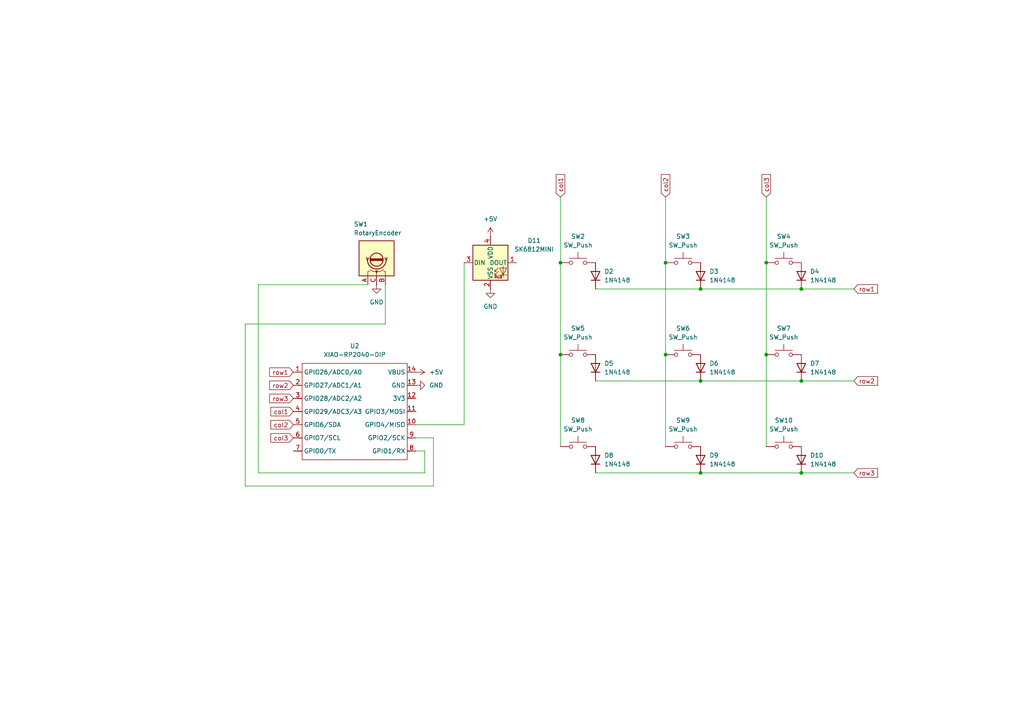
<source format=kicad_sch>
(kicad_sch (version 20250114) (generator "eeschema") (generator_version "9.0")
  (paper "A4")
  (lib_symbols
    (symbol "Device:RotaryEncoder" (pin_names (offset 0.254) (hide yes))
      (property "Reference" "SW" (at 0 6.604 0))
      (property "Value" "RotaryEncoder" (at 0 -6.604 0))
      (symbol "RotaryEncoder_0_1"
        (rectangle (start -5.08 5.08) (end 5.08 -5.08) (stroke (width 0.254)) (fill (type background)))
        (polyline (pts (xy -5.08 2.54) (xy -3.81 2.54) (xy -3.81 2.032)))
        (polyline (pts (xy -5.08 0) (xy -3.81 0) (xy -3.81 -1.016) (xy -3.302 -2.032)))
        (polyline (pts (xy -5.08 -2.54) (xy -3.81 -2.54) (xy -3.81 -2.032)))
        (polyline (pts (xy -4.318 0) (xy -3.81 0) (xy -3.81 1.016) (xy -3.302 2.032)))
        (circle (center -3.81 0) (radius 0.254) (fill (type outline)))
        (polyline (pts (xy -0.635 -1.778) (xy -0.635 1.778)) (stroke (width 0.254)))
        (circle (center -0.381 0) (radius 1.905) (stroke (width 0.254)))
        (polyline (pts (xy -0.381 -1.778) (xy -0.381 1.778)) (stroke (width 0.254)))
        (arc (start -0.381 -2.794) (mid -3.0988 -0.0635) (end -0.381 2.667) (stroke (width 0.254)))
        (polyline (pts (xy -0.127 1.778) (xy -0.127 -1.778)) (stroke (width 0.254)))
        (polyline (pts (xy 0.254 2.921) (xy -0.508 2.667) (xy 0.127 2.286)) (stroke (width 0.254)))
        (polyline (pts (xy 0.254 -3.048) (xy -0.508 -2.794) (xy 0.127 -2.413)) (stroke (width 0.254)))
      )
      (symbol "RotaryEncoder_1_1"
        (pin passive line (at -7.62 2.54 0) (length 2.54) (name "A") (number "A"))
        (pin passive line (at -7.62 0 0) (length 2.54) (name "C") (number "C"))
        (pin passive line (at -7.62 -2.54 0) (length 2.54) (name "B") (number "B"))
      )
    )
    (symbol "Diode:1N4148" (pin_numbers (hide yes)) (pin_names (hide yes))
      (property "Reference" "D" (at 0 2.54 0))
      (property "Value" "1N4148" (at 0 -2.54 0))
      (symbol "1N4148_0_1"
        (polyline (pts (xy -1.27 1.27) (xy -1.27 -1.27)) (stroke (width 0.254)))
        (polyline (pts (xy 1.27 1.27) (xy 1.27 -1.27) (xy -1.27 0) (xy 1.27 1.27)) (stroke (width 0.254)))
        (polyline (pts (xy 1.27 0) (xy -1.27 0)))
      )
      (symbol "1N4148_1_1"
        (pin passive line (at -3.81 0 0) (length 2.54) (name "K") (number "1"))
        (pin passive line (at 3.81 0 180) (length 2.54) (name "A") (number "2"))
      )
    )
    (symbol "LED:SK6812MINI" (pin_names (offset 0.254))
      (property "Reference" "D" (at 5.08 5.715 0))
      (property "Value" "SK6812MINI" (at 1.27 -5.715 0))
      (symbol "SK6812MINI_0_0"
        (text "RGB" (at 2.286 -4.191 0) (effects (font (size 0.762 0.762))))
      )
      (symbol "SK6812MINI_0_1"
        (polyline (pts (xy 1.27 -2.54) (xy 1.778 -2.54)))
        (polyline (pts (xy 1.27 -3.556) (xy 1.778 -3.556)))
        (polyline (pts (xy 2.286 -1.524) (xy 1.27 -2.54) (xy 1.27 -2.032)))
        (polyline (pts (xy 2.286 -2.54) (xy 1.27 -3.556) (xy 1.27 -3.048)))
        (polyline (pts (xy 3.683 -1.016) (xy 3.683 -3.556) (xy 3.683 -4.064)))
        (polyline (pts (xy 4.699 -1.524) (xy 2.667 -1.524) (xy 3.683 -3.556) (xy 4.699 -1.524)))
        (polyline (pts (xy 4.699 -3.556) (xy 2.667 -3.556)))
        (rectangle (start 5.08 5.08) (end -5.08 -5.08) (stroke (width 0.254)) (fill (type background)))
      )
      (symbol "SK6812MINI_1_1"
        (pin input line (at -7.62 0 0) (length 2.54) (name "DIN") (number "3"))
        (pin power_in line (at 0 7.62 270) (length 2.54) (name "VDD") (number "4"))
        (pin power_in line (at 0 -7.62 90) (length 2.54) (name "VSS") (number "2"))
        (pin output line (at 7.62 0 180) (length 2.54) (name "DOUT") (number "1"))
      )
    )
    (symbol "OPL:XIAO-RP2040-DIP"
      (property "Reference" "U" (at 0 0 0))
      (property "Value" "XIAO-RP2040-DIP" (at 5.334 -1.778 0))
      (symbol "XIAO-RP2040-DIP_1_0"
        (polyline (pts (xy -1.27 -2.54) (xy 29.21 -2.54)) (stroke (width 0.1524)))
        (polyline (pts (xy -1.27 -5.08) (xy -2.54 -5.08)) (stroke (width 0.1524)))
        (polyline (pts (xy -1.27 -5.08) (xy -1.27 -2.54)) (stroke (width 0.1524)))
        (polyline (pts (xy -1.27 -8.89) (xy -2.54 -8.89)) (stroke (width 0.1524)))
        (polyline (pts (xy -1.27 -8.89) (xy -1.27 -5.08)) (stroke (width 0.1524)))
        (polyline (pts (xy -1.27 -12.7) (xy -2.54 -12.7)) (stroke (width 0.1524)))
        (polyline (pts (xy -1.27 -12.7) (xy -1.27 -8.89)) (stroke (width 0.1524)))
        (polyline (pts (xy -1.27 -16.51) (xy -2.54 -16.51)) (stroke (width 0.1524)))
        (polyline (pts (xy -1.27 -16.51) (xy -1.27 -12.7)) (stroke (width 0.1524)))
        (polyline (pts (xy -1.27 -20.32) (xy -2.54 -20.32)) (stroke (width 0.1524)))
        (polyline (pts (xy -1.27 -24.13) (xy -2.54 -24.13)) (stroke (width 0.1524)))
        (polyline (pts (xy -1.27 -27.94) (xy -2.54 -27.94)) (stroke (width 0.1524)))
        (polyline (pts (xy -1.27 -30.48) (xy -1.27 -16.51)) (stroke (width 0.1524)))
        (polyline (pts (xy 29.21 -2.54) (xy 29.21 -5.08)) (stroke (width 0.1524)))
        (polyline (pts (xy 29.21 -5.08) (xy 29.21 -8.89)) (stroke (width 0.1524)))
        (polyline (pts (xy 29.21 -8.89) (xy 29.21 -12.7)) (stroke (width 0.1524)))
        (polyline (pts (xy 29.21 -12.7) (xy 29.21 -30.48)) (stroke (width 0.1524)))
        (polyline (pts (xy 29.21 -30.48) (xy -1.27 -30.48)) (stroke (width 0.1524)))
        (polyline (pts (xy 30.48 -5.08) (xy 29.21 -5.08)) (stroke (width 0.1524)))
        (polyline (pts (xy 30.48 -8.89) (xy 29.21 -8.89)) (stroke (width 0.1524)))
        (polyline (pts (xy 30.48 -12.7) (xy 29.21 -12.7)) (stroke (width 0.1524)))
        (polyline (pts (xy 30.48 -16.51) (xy 29.21 -16.51)) (stroke (width 0.1524)))
        (polyline (pts (xy 30.48 -20.32) (xy 29.21 -20.32)) (stroke (width 0.1524)))
        (polyline (pts (xy 30.48 -24.13) (xy 29.21 -24.13)) (stroke (width 0.1524)))
        (polyline (pts (xy 30.48 -27.94) (xy 29.21 -27.94)) (stroke (width 0.1524)))
        (pin passive line (at -3.81 -5.08 0) (length 2.54) (name "GPIO26/ADC0/A0") (number "1"))
        (pin passive line (at -3.81 -8.89 0) (length 2.54) (name "GPIO27/ADC1/A1") (number "2"))
        (pin passive line (at -3.81 -12.7 0) (length 2.54) (name "GPIO28/ADC2/A2") (number "3"))
        (pin passive line (at -3.81 -16.51 0) (length 2.54) (name "GPIO29/ADC3/A3") (number "4"))
        (pin passive line (at -3.81 -20.32 0) (length 2.54) (name "GPIO6/SDA") (number "5"))
        (pin passive line (at -3.81 -24.13 0) (length 2.54) (name "GPIO7/SCL") (number "6"))
        (pin passive line (at -3.81 -27.94 0) (length 2.54) (name "GPIO0/TX") (number "7"))
        (pin passive line (at 31.75 -5.08 180) (length 2.54) (name "VBUS") (number "14"))
        (pin passive line (at 31.75 -8.89 180) (length 2.54) (name "GND") (number "13"))
        (pin passive line (at 31.75 -12.7 180) (length 2.54) (name "3V3") (number "12"))
        (pin passive line (at 31.75 -16.51 180) (length 2.54) (name "GPIO3/MOSI") (number "11"))
        (pin passive line (at 31.75 -20.32 180) (length 2.54) (name "GPIO4/MISO") (number "10"))
        (pin passive line (at 31.75 -24.13 180) (length 2.54) (name "GPIO2/SCK") (number "9"))
        (pin passive line (at 31.75 -27.94 180) (length 2.54) (name "GPIO1/RX") (number "8"))
      )
    )
    (symbol "Switch:SW_Push" (pin_numbers (hide yes)) (pin_names (offset 1.016) (hide yes))
      (property "Reference" "SW" (at 1.27 2.54 0))
      (property "Value" "SW_Push" (at 0 -1.524 0))
      (symbol "SW_Push_0_1"
        (circle (center -2.032 0) (radius 0.508))
        (polyline (pts (xy 0 1.27) (xy 0 3.048)))
        (circle (center 2.032 0) (radius 0.508))
        (polyline (pts (xy 2.54 1.27) (xy -2.54 1.27)))
        (pin passive line (at -5.08 0 0) (length 2.54) (name "1") (number "1"))
        (pin passive line (at 5.08 0 180) (length 2.54) (name "2") (number "2"))
      )
    )
    (symbol "power:+5V" (power) (pin_numbers (hide yes)) (pin_names (offset 0) (hide yes))
      (property "Value" "+5V" (at 0 3.556 0))
      (symbol "+5V_0_1"
        (polyline (pts (xy -0.762 1.27) (xy 0 2.54)))
        (polyline (pts (xy 0 2.54) (xy 0.762 1.27)))
        (polyline (pts (xy 0 0) (xy 0 2.54)))
      )
      (symbol "+5V_1_1"
        (pin power_in line (at 0 0 90) (length 0) (name "~") (number "1"))
      )
    )
    (symbol "power:GND" (power) (pin_numbers (hide yes)) (pin_names (offset 0) (hide yes))
      (property "Value" "GND" (at 0 -3.81 0))
      (symbol "GND_0_1"
        (polyline (pts (xy 0 0) (xy 0 -1.27) (xy 1.27 -1.27) (xy 0 -2.54) (xy -1.27 -1.27) (xy 0 -1.27)))
      )
      (symbol "GND_1_1"
        (pin power_in line (at 0 0 270) (length 0) (name "~") (number "1"))
      )
    )
  )
  (junction (at 203.2 137.16))
  (junction (at 222.25 76.2))
  (junction (at 162.56 102.87))
  (junction (at 232.41 110.49))
  (junction (at 232.41 137.16))
  (junction (at 193.04 102.87))
  (junction (at 203.2 110.49))
  (junction (at 162.56 76.2))
  (junction (at 203.2 83.82))
  (junction (at 193.04 76.2))
  (junction (at 232.41 83.82))
  (junction (at 222.25 102.87))
  (wire (pts (xy 193.04 102.87) (xy 193.04 129.54)))
  (wire (pts (xy 222.25 102.87) (xy 222.25 129.54)))
  (wire (pts (xy 193.04 57.15) (xy 193.04 76.2)))
  (wire (pts (xy 203.2 137.16) (xy 232.41 137.16)))
  (wire (pts (xy 172.72 137.16) (xy 203.2 137.16)))
  (wire (pts (xy 222.25 76.2) (xy 222.25 102.87)))
  (wire (pts (xy 71.12 93.98) (xy 71.12 140.97)))
  (wire (pts (xy 232.41 110.49) (xy 247.65 110.49)))
  (wire (pts (xy 125.73 140.97) (xy 125.73 127)))
  (wire (pts (xy 123.19 130.81) (xy 120.65 130.81)))
  (wire (pts (xy 123.19 137.16) (xy 123.19 130.81)))
  (wire (pts (xy 222.25 57.15) (xy 222.25 76.2)))
  (wire (pts (xy 232.41 83.82) (xy 247.65 83.82)))
  (wire (pts (xy 162.56 57.15) (xy 162.56 76.2)))
  (wire (pts (xy 74.93 137.16) (xy 123.19 137.16)))
  (wire (pts (xy 134.62 76.2) (xy 134.62 123.19)))
  (wire (pts (xy 162.56 76.2) (xy 162.56 102.87)))
  (wire (pts (xy 74.93 82.55) (xy 74.93 137.16)))
  (wire (pts (xy 172.72 110.49) (xy 203.2 110.49)))
  (wire (pts (xy 134.62 123.19) (xy 120.65 123.19)))
  (wire (pts (xy 232.41 137.16) (xy 247.65 137.16)))
  (wire (pts (xy 172.72 83.82) (xy 203.2 83.82)))
  (wire (pts (xy 203.2 110.49) (xy 232.41 110.49)))
  (wire (pts (xy 162.56 102.87) (xy 162.56 129.54)))
  (wire (pts (xy 106.68 82.55) (xy 74.93 82.55)))
  (wire (pts (xy 203.2 83.82) (xy 232.41 83.82)))
  (wire (pts (xy 193.04 76.2) (xy 193.04 102.87)))
  (wire (pts (xy 125.73 127) (xy 120.65 127)))
  (wire (pts (xy 111.76 93.98) (xy 71.12 93.98)))
  (wire (pts (xy 111.76 82.55) (xy 111.76 93.98)))
  (wire (pts (xy 71.12 140.97) (xy 125.73 140.97)))
  (global_label "row2" (shape input) (at 85.09 111.76 180) (property "Intersheetrefs" "${INTERSHEET_REFS}" (effects (hide yes))))
  (global_label "col1" (shape input) (at 162.56 57.15 90) (property "Intersheetrefs" "${INTERSHEET_REFS}" (effects (hide yes))))
  (global_label "col1" (shape input) (at 85.09 119.38 180) (property "Intersheetrefs" "${INTERSHEET_REFS}" (effects (hide yes))))
  (global_label "row1" (shape input) (at 247.65 83.82 0) (property "Intersheetrefs" "${INTERSHEET_REFS}" (effects (hide yes))))
  (global_label "row2" (shape input) (at 247.65 110.49 0) (property "Intersheetrefs" "${INTERSHEET_REFS}" (effects (hide yes))))
  (global_label "col3" (shape input) (at 222.25 57.15 90) (property "Intersheetrefs" "${INTERSHEET_REFS}" (effects (hide yes))))
  (global_label "col2" (shape input) (at 193.04 57.15 90) (property "Intersheetrefs" "${INTERSHEET_REFS}" (effects (hide yes))))
  (global_label "row1" (shape input) (at 85.09 107.95 180) (property "Intersheetrefs" "${INTERSHEET_REFS}" (effects (hide yes))))
  (global_label "row3" (shape input) (at 85.09 115.57 180) (property "Intersheetrefs" "${INTERSHEET_REFS}" (effects (hide yes))))
  (global_label "row3" (shape input) (at 247.65 137.16 0) (property "Intersheetrefs" "${INTERSHEET_REFS}" (effects (hide yes))))
  (global_label "col3" (shape input) (at 85.09 127 180) (property "Intersheetrefs" "${INTERSHEET_REFS}" (effects (hide yes))))
  (global_label "col2" (shape input) (at 85.09 123.19 180) (property "Intersheetrefs" "${INTERSHEET_REFS}" (effects (hide yes))))
  (symbol (lib_id "power:+5V") (at 120.65 107.95 270) (unit 1)
    (property "Reference" "#PWR010" (effects (hide yes)))
    (property "Value" "+5V" (at 124.46 107.9499 90) (effects (justify left)))
    (property "Description" "Power symbol creates a global label with name \"+5V\"" (effects (hide yes)))
  )
  (symbol (lib_id "Switch:SW_Push") (at 198.12 129.54 0) (unit 1)
    (property "Reference" "SW9" (at 198.12 121.92 0))
    (property "Value" "SW_Push" (at 198.12 124.46 0))
    (property "Footprint" "Button_Switch_Keyboard:SW_Cherry_MX_1.00u_PCB" (effects (hide yes)))
    (property "Description" "Push button switch, generic, two pins" (effects (hide yes)))
  )
  (symbol (lib_id "Switch:SW_Push") (at 227.33 129.54 0) (unit 1)
    (property "Reference" "SW10" (at 227.33 121.92 0))
    (property "Value" "SW_Push" (at 227.33 124.46 0))
    (property "Footprint" "Button_Switch_Keyboard:SW_Cherry_MX_1.00u_PCB" (effects (hide yes)))
    (property "Description" "Push button switch, generic, two pins" (effects (hide yes)))
  )
  (symbol (lib_id "Diode:1N4148") (at 203.2 133.35 90) (unit 1)
    (property "Reference" "D9" (at 205.74 132.0799 90) (effects (justify right)))
    (property "Value" "1N4148" (at 205.74 134.6199 90) (effects (justify right)))
    (property "Footprint" "Diode_THT:D_DO-35_SOD27_P7.62mm_Horizontal" (effects (hide yes)))
    (property "Datasheet" "https://assets.nexperia.com/documents/data-sheet/1N4148_1N4448.pdf" (effects (hide yes)))
    (property "Description" "100V 0.15A standard switching diode, DO-35" (effects (hide yes)))
    (property "Sim.Device" "D" (effects (hide yes)))
    (property "Sim.Pins" "1=K 2=A" (effects (hide yes)))
  )
  (symbol (lib_id "Diode:1N4148") (at 172.72 80.01 90) (unit 1)
    (property "Reference" "D2" (at 175.26 78.7399 90) (effects (justify right)))
    (property "Value" "1N4148" (at 175.26 81.2799 90) (effects (justify right)))
    (property "Footprint" "Diode_THT:D_DO-35_SOD27_P7.62mm_Horizontal" (effects (hide yes)))
    (property "Datasheet" "https://assets.nexperia.com/documents/data-sheet/1N4148_1N4448.pdf" (effects (hide yes)))
    (property "Description" "100V 0.15A standard switching diode, DO-35" (effects (hide yes)))
    (property "Sim.Device" "D" (effects (hide yes)))
    (property "Sim.Pins" "1=K 2=A" (effects (hide yes)))
  )
  (symbol (lib_id "power:GND") (at 142.24 83.82 0) (unit 1)
    (property "Reference" "#PWR02" (effects (hide yes)))
    (property "Value" "GND" (at 142.24 88.9 0))
    (property "Description" "Power symbol creates a global label with name \"GND\" , ground" (effects (hide yes)))
  )
  (symbol (lib_id "Switch:SW_Push") (at 167.64 129.54 0) (unit 1)
    (property "Reference" "SW8" (at 167.64 121.92 0))
    (property "Value" "SW_Push" (at 167.64 124.46 0))
    (property "Footprint" "Button_Switch_Keyboard:SW_Cherry_MX_1.00u_PCB" (effects (hide yes)))
    (property "Description" "Push button switch, generic, two pins" (effects (hide yes)))
  )
  (symbol (lib_id "Diode:1N4148") (at 203.2 80.01 90) (unit 1)
    (property "Reference" "D3" (at 205.74 78.7399 90) (effects (justify right)))
    (property "Value" "1N4148" (at 205.74 81.2799 90) (effects (justify right)))
    (property "Footprint" "Diode_THT:D_DO-35_SOD27_P7.62mm_Horizontal" (effects (hide yes)))
    (property "Datasheet" "https://assets.nexperia.com/documents/data-sheet/1N4148_1N4448.pdf" (effects (hide yes)))
    (property "Description" "100V 0.15A standard switching diode, DO-35" (effects (hide yes)))
    (property "Sim.Device" "D" (effects (hide yes)))
    (property "Sim.Pins" "1=K 2=A" (effects (hide yes)))
  )
  (symbol (lib_id "OPL:XIAO-RP2040-DIP") (at 88.9 102.87 0) (unit 1)
    (property "Reference" "U2" (at 102.87 100.33 0))
    (property "Value" "XIAO-RP2040-DIP" (at 102.87 102.87 0))
    (property "Footprint" "OPL:XIAO-RP2040-DIP" (effects (hide yes)))
  )
  (symbol (lib_id "Diode:1N4148") (at 232.41 80.01 90) (unit 1)
    (property "Reference" "D4" (at 234.95 78.7399 90) (effects (justify right)))
    (property "Value" "1N4148" (at 234.95 81.2799 90) (effects (justify right)))
    (property "Footprint" "Diode_THT:D_DO-35_SOD27_P7.62mm_Horizontal" (effects (hide yes)))
    (property "Datasheet" "https://assets.nexperia.com/documents/data-sheet/1N4148_1N4448.pdf" (effects (hide yes)))
    (property "Description" "100V 0.15A standard switching diode, DO-35" (effects (hide yes)))
    (property "Sim.Device" "D" (effects (hide yes)))
    (property "Sim.Pins" "1=K 2=A" (effects (hide yes)))
  )
  (symbol (lib_id "Diode:1N4148") (at 203.2 106.68 90) (unit 1)
    (property "Reference" "D6" (at 205.74 105.4099 90) (effects (justify right)))
    (property "Value" "1N4148" (at 205.74 107.9499 90) (effects (justify right)))
    (property "Footprint" "Diode_THT:D_DO-35_SOD27_P7.62mm_Horizontal" (effects (hide yes)))
    (property "Datasheet" "https://assets.nexperia.com/documents/data-sheet/1N4148_1N4448.pdf" (effects (hide yes)))
    (property "Description" "100V 0.15A standard switching diode, DO-35" (effects (hide yes)))
    (property "Sim.Device" "D" (effects (hide yes)))
    (property "Sim.Pins" "1=K 2=A" (effects (hide yes)))
  )
  (symbol (lib_id "LED:SK6812MINI") (at 142.24 76.2 0) (unit 1)
    (property "Reference" "D11" (at 154.94 69.7798 0))
    (property "Value" "SK6812MINI" (at 154.94 72.3198 0))
    (property "Footprint" "LED_SMD:LED_SK6812MINI_PLCC4_3.5x3.5mm_P1.75mm" (effects (hide yes)))
    (property "Datasheet" "https://cdn-shop.adafruit.com/product-files/2686/SK6812MINI_REV.01-1-2.pdf" (effects (hide yes)))
    (property "Description" "RGB LED with integrated controller" (effects (hide yes)))
  )
  (symbol (lib_id "Switch:SW_Push") (at 167.64 102.87 0) (unit 1)
    (property "Reference" "SW5" (at 167.64 95.25 0))
    (property "Value" "SW_Push" (at 167.64 97.79 0))
    (property "Footprint" "Button_Switch_Keyboard:SW_Cherry_MX_1.00u_PCB" (effects (hide yes)))
    (property "Description" "Push button switch, generic, two pins" (effects (hide yes)))
  )
  (symbol (lib_id "Switch:SW_Push") (at 227.33 102.87 0) (unit 1)
    (property "Reference" "SW7" (at 227.33 95.25 0))
    (property "Value" "SW_Push" (at 227.33 97.79 0))
    (property "Footprint" "Button_Switch_Keyboard:SW_Cherry_MX_1.00u_PCB" (effects (hide yes)))
    (property "Description" "Push button switch, generic, two pins" (effects (hide yes)))
  )
  (symbol (lib_id "power:+5V") (at 142.24 68.58 0) (unit 1)
    (property "Reference" "#PWR01" (effects (hide yes)))
    (property "Value" "+5V" (at 142.24 63.5 0))
    (property "Description" "Power symbol creates a global label with name \"+5V\"" (effects (hide yes)))
  )
  (symbol (lib_id "Switch:SW_Push") (at 167.64 76.2 0) (unit 1)
    (property "Reference" "SW2" (at 167.64 68.58 0))
    (property "Value" "SW_Push" (at 167.64 71.12 0))
    (property "Footprint" "Button_Switch_Keyboard:SW_Cherry_MX_1.00u_PCB" (effects (hide yes)))
    (property "Description" "Push button switch, generic, two pins" (effects (hide yes)))
  )
  (symbol (lib_id "Switch:SW_Push") (at 198.12 102.87 0) (unit 1)
    (property "Reference" "SW6" (at 198.12 95.25 0))
    (property "Value" "SW_Push" (at 198.12 97.79 0))
    (property "Footprint" "Button_Switch_Keyboard:SW_Cherry_MX_1.00u_PCB" (effects (hide yes)))
    (property "Description" "Push button switch, generic, two pins" (effects (hide yes)))
  )
  (symbol (lib_id "power:GND") (at 109.22 82.55 0) (unit 1)
    (property "Reference" "#PWR012" (effects (hide yes)))
    (property "Value" "GND" (at 109.22 87.63 0))
    (property "Description" "Power symbol creates a global label with name \"GND\" , ground" (effects (hide yes)))
  )
  (symbol (lib_id "Diode:1N4148") (at 232.41 133.35 90) (unit 1)
    (property "Reference" "D10" (at 234.95 132.0799 90) (effects (justify right)))
    (property "Value" "1N4148" (at 234.95 134.6199 90) (effects (justify right)))
    (property "Footprint" "Diode_THT:D_DO-35_SOD27_P7.62mm_Horizontal" (effects (hide yes)))
    (property "Datasheet" "https://assets.nexperia.com/documents/data-sheet/1N4148_1N4448.pdf" (effects (hide yes)))
    (property "Description" "100V 0.15A standard switching diode, DO-35" (effects (hide yes)))
    (property "Sim.Device" "D" (effects (hide yes)))
    (property "Sim.Pins" "1=K 2=A" (effects (hide yes)))
  )
  (symbol (lib_id "Diode:1N4148") (at 232.41 106.68 90) (unit 1)
    (property "Reference" "D7" (at 234.95 105.4099 90) (effects (justify right)))
    (property "Value" "1N4148" (at 234.95 107.9499 90) (effects (justify right)))
    (property "Footprint" "Diode_THT:D_DO-35_SOD27_P7.62mm_Horizontal" (effects (hide yes)))
    (property "Datasheet" "https://assets.nexperia.com/documents/data-sheet/1N4148_1N4448.pdf" (effects (hide yes)))
    (property "Description" "100V 0.15A standard switching diode, DO-35" (effects (hide yes)))
    (property "Sim.Device" "D" (effects (hide yes)))
    (property "Sim.Pins" "1=K 2=A" (effects (hide yes)))
  )
  (symbol (lib_id "Diode:1N4148") (at 172.72 106.68 90) (unit 1)
    (property "Reference" "D5" (at 175.26 105.4099 90) (effects (justify right)))
    (property "Value" "1N4148" (at 175.26 107.9499 90) (effects (justify right)))
    (property "Footprint" "Diode_THT:D_DO-35_SOD27_P7.62mm_Horizontal" (effects (hide yes)))
    (property "Datasheet" "https://assets.nexperia.com/documents/data-sheet/1N4148_1N4448.pdf" (effects (hide yes)))
    (property "Description" "100V 0.15A standard switching diode, DO-35" (effects (hide yes)))
    (property "Sim.Device" "D" (effects (hide yes)))
    (property "Sim.Pins" "1=K 2=A" (effects (hide yes)))
  )
  (symbol (lib_id "Switch:SW_Push") (at 227.33 76.2 0) (unit 1)
    (property "Reference" "SW4" (at 227.33 68.58 0))
    (property "Value" "SW_Push" (at 227.33 71.12 0))
    (property "Footprint" "Button_Switch_Keyboard:SW_Cherry_MX_1.00u_PCB" (effects (hide yes)))
    (property "Description" "Push button switch, generic, two pins" (effects (hide yes)))
  )
  (symbol (lib_id "Device:RotaryEncoder") (at 109.22 74.93 90) (unit 1)
    (property "Reference" "SW1" (at 102.616 65.024 90) (effects (justify right)))
    (property "Value" "RotaryEncoder" (at 102.616 67.564 90) (effects (justify right)))
    (property "Footprint" "Rotary_Encoder:RotaryEncoder_Alps_EC11E-Switch_Vertical_H20mm" (effects (hide yes)))
    (property "Description" "Rotary encoder, dual channel, incremental quadrate outputs" (effects (hide yes)))
  )
  (symbol (lib_id "power:GND") (at 120.65 111.76 90) (unit 1)
    (property "Reference" "#PWR09" (effects (hide yes)))
    (property "Value" "GND" (at 124.46 111.7599 90) (effects (justify right)))
    (property "Description" "Power symbol creates a global label with name \"GND\" , ground" (effects (hide yes)))
  )
  (symbol (lib_id "Switch:SW_Push") (at 198.12 76.2 0) (unit 1)
    (property "Reference" "SW3" (at 198.12 68.58 0))
    (property "Value" "SW_Push" (at 198.12 71.12 0))
    (property "Footprint" "Button_Switch_Keyboard:SW_Cherry_MX_1.00u_PCB" (effects (hide yes)))
    (property "Description" "Push button switch, generic, two pins" (effects (hide yes)))
  )
  (symbol (lib_id "Diode:1N4148") (at 172.72 133.35 90) (unit 1)
    (property "Reference" "D8" (at 175.26 132.0799 90) (effects (justify right)))
    (property "Value" "1N4148" (at 175.26 134.6199 90) (effects (justify right)))
    (property "Footprint" "Diode_THT:D_DO-35_SOD27_P7.62mm_Horizontal" (effects (hide yes)))
    (property "Datasheet" "https://assets.nexperia.com/documents/data-sheet/1N4148_1N4448.pdf" (effects (hide yes)))
    (property "Description" "100V 0.15A standard switching diode, DO-35" (effects (hide yes)))
    (property "Sim.Device" "D" (effects (hide yes)))
    (property "Sim.Pins" "1=K 2=A" (effects (hide yes)))
  )
)
</source>
